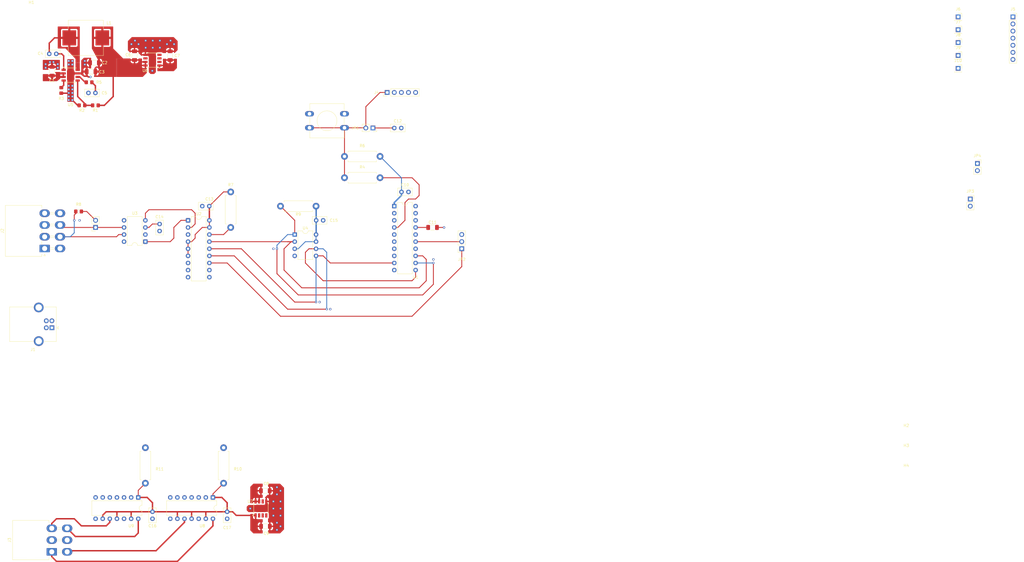
<source format=kicad_pcb>
(kicad_pcb (version 20241229) (generator "pcbnew") (generator_version "9.0")
  (layers (0 "F.Cu" signal) (4 "In1.Cu" signal) (6 "In2.Cu" signal) (2 "B.Cu" power) (13 "F.Paste" user) (15 "B.Paste" user) (5 "F.SilkS" user "F.Silkscreen") (7 "B.SilkS" user "B.Silkscreen") (1 "F.Mask" user) (3 "B.Mask" user) (25 "Edge.Cuts" user))
  (net 0 "")
  (net 1 "+12V")
  (net 2 "GND")
  (net 3 "+6.5V")
  (net 4 "Net-(U5-BST)")
  (net 5 "Net-(U5-SW)")
  (net 6 "Net-(C5-Pad2)")
  (net 7 "+5V")
  (net 8 "+5VA")
  (net 9 "Net-(U1-Vusb3v3)")
  (net 10 "Net-(JP1-A)")
  (net 12 "/USB_D+")
  (net 13 "VBUS")
  (net 15 "/USB_D-")
  (net 16 "/CAN_L")
  (net 17 "/Tach")
  (net 18 "/Speed")
  (net 19 "/CAN_H")
  (net 20 "/AN1")
  (net 21 "/AN4")
  (net 22 "/AN2")
  (net 23 "/AN3")
  (net 24 "/ICSP_~{MCLR}")
  (net 25 "/ICSP_CLK")
  (net 26 "/ICSP_DAT")
  (net 27 "/DAC1_~{CS}")
  (net 28 "/MISO")
  (net 29 "/ROM_~{CS}")
  (net 30 "/DAC2_~{CS}")
  (net 31 "/SCK")
  (net 32 "/MOSI")
  (net 33 "/CAN_~{CS}")
  (net 34 "/INT")
  (net 35 "Net-(JP5-B)")
  (net 36 "Net-(U5-FB)")
  (net 37 "Net-(U5-RT{slash}CLK)")
  (net 38 "/~{MCLR}")
  (net 39 "Net-(U5-COMP)")
  (net 41 "/CLK")
  (net 42 "/CAN_RX")
  (net 47 "/CAN_TX")
  (net 67 "/INT{slash}ICSP_CLK")
  (footprint "Connector_PinSocket_2.54mm:PinSocket_1x02_P2.54mm_Vertical" (layer "F.Cu") (at 55.88 134.62 180)
    (property "Reference" "JP5" (hide yes))
    (property "Value" "Term")
  )
  (footprint "Package_DIP:DIP-14_W7.62mm" (layer "F.Cu") (at 97.79 231.14 -90)
    (property "Reference" "U8")
    (property "Value" "MCP4912" (hide yes))
  )
  (footprint "Capacitor_THT:C_Disc_D5.0mm_W2.5mm_P2.50mm" (layer "F.Cu") (at 137.16 132.08 180)
    (property "Reference" "C15")
    (property "Value" "100n" (hide yes))
  )
  (footprint "Connector_PinSocket_2.54mm:PinSocket_1x02_P2.54mm_Vertical" (layer "F.Cu") (at 368.3 124.46)
    (property "Reference" "JP3")
    (property "Value" "USB_PWR")
  )
  (footprint "Capacitor_THT:C_Disc_D5.0mm_W2.5mm_P2.50mm" (layer "F.Cu") (at 93.98 127)
    (property "Reference" "C13")
    (property "Value" "100n" (hide yes))
  )
  (footprint "Connector_PinHeader_2.54mm:PinHeader_1x05_P2.54mm_Vertical" (layer "F.Cu") (at 160.02 86.36 90)
    (property "Reference" "J4")
    (property "Value" "ICSP")
  )
  (footprint "Capacitor_THT:C_Disc_D5.0mm_W2.5mm_P2.50mm" (layer "F.Cu") (at 76.2 236.26 -90)
    (property "Reference" "C16")
    (property "Value" "100n" (hide yes))
  )
  (footprint "Connector_PinSocket_2.54mm:PinSocket_1x03_P2.54mm_Vertical" (layer "F.Cu") (at 186.665 142.225 180)
    (property "Reference" "JP2")
    (property "Value" "Prog")
  )
  (footprint "Connector_PinSocket_2.54mm:PinSocket_1x07_P2.54mm_Vertical" (layer "F.Cu") (at 383.54 59.33)
    (property "Reference" "J5")
    (property "Value" "SPI debug")
  )
  (footprint "Resistor_SMD:R_0805_2012Metric_Pad1.20x1.40mm_HandSolder" (layer "F.Cu") (at 49.8 128.905 180)
    (property "Reference" "R8")
    (property "Value" "120" (hide yes))
  )
  (footprint "Resistor_SMD:R_0805_2012Metric_Pad1.20x1.40mm_HandSolder" (layer "F.Cu") (at 55.8165 90.9705)
    (property "Reference" "R1")
    (property "Value" "73k2" (hide yes))
  )
  (footprint "Connector_PinSocket_2.54mm:PinSocket_1x02_P2.54mm_Vertical" (layer "F.Cu") (at 154.94 99.06 -90)
    (property "Reference" "JP1")
    (property "Value" "~{Prog}")
  )
  (footprint "Capacitor_THT:C_Disc_D5.0mm_W2.5mm_P2.50mm" (layer "F.Cu") (at 39.3265 72.5555)
    (property "Reference" "C4")
    (property "Value" "100n" (hide yes))
  )
  (footprint "Capacitor_THT:C_Disc_D5.0mm_W2.5mm_P2.50mm" (layer "F.Cu") (at 162.56 99.06)
    (property "Reference" "C12")
    (property "Value" "100n" (hide yes))
  )
  (footprint "Capacitor_SMD:C_1206_3216Metric_Pad1.33x1.80mm_HandSolder" (layer "F.Cu") (at 176.2375 134.62)
    (property "Reference" "C11")
    (property "Value" "1u" (hide yes))
  )
  (footprint "Package_DIP:DIP-8_W7.62mm" (layer "F.Cu") (at 127 137.16)
    (property "Reference" "U4")
    (property "Value" "25LC160C" (hide yes))
  )
  (footprint "Resistor_THT:R_Axial_DIN0411_L9.9mm_D3.6mm_P12.70mm_Horizontal" (layer "F.Cu") (at 101.6 226.06 90)
    (property "Reference" "R10")
    (property "Value" "10k" (hide yes))
  )
  (footprint "Capacitor_SMD:C_1206_3216Metric_Pad1.33x1.80mm_HandSolder" (layer "F.Cu") (at 69.7865 73.1905 90)
    (property "Reference" "C6")
    (property "Value" "22u" (hide yes))
  )
  (footprint "Connector_PinSocket_2.54mm:PinSocket_1x01_P2.54mm_Vertical" (layer "F.Cu") (at 363.97 73.13)
    (property "Reference" "J9")
    (property "Value" "Conn_01x01_Socket")
  )
  (footprint "Capacitor_THT:C_Disc_D5.0mm_W2.5mm_P2.50mm" (layer "F.Cu") (at 53.3165 86.5255)
    (property "Reference" "C5")
    (property "Value" "100n" (hide yes))
  )
  (footprint "Resistor_SMD:R_0805_2012Metric_Pad1.20x1.40mm_HandSolder" (layer "F.Cu") (at 43.6245 85.6205 -90)
    (property "Reference" "R3")
    (property "Value" "50k" (hide yes))
  )
  (footprint "Button_Switch_THT:SW_PUSH-12mm" (layer "F.Cu") (at 132.28 93.98)
    (property "Reference" "SW1" (hide yes))
    (property "Value" "Reset")
  )
  (footprint "Resistor_SMD:R_0805_2012Metric_Pad1.20x1.40mm_HandSolder" (layer "F.Cu") (at 51.0065 90.9705)
    (property "Reference" "R2")
    (property "Value" "10k" (hide yes))
  )
  (footprint "Connector_PinSocket_2.54mm:PinSocket_1x01_P2.54mm_Vertical" (layer "F.Cu") (at 363.97 63.93)
    (property "Reference" "J7")
    (property "Value" "Conn_01x01_Socket")
  )
  (footprint "Connector_Molex:Molex_Mini-Fit_Jr_5569-06A2_2x03_P4.20mm_Horizontal" (layer "F.Cu") (at 40.22 250.58 90)
    (property "Reference" "J3")
    (property "Value" "Analog")
  )
  (footprint "Resistor_THT:R_Axial_DIN0411_L9.9mm_D3.6mm_P12.70mm_Horizontal" (layer "F.Cu") (at 73.66 226.06 90)
    (property "Reference" "R11")
    (property "Value" "10k" (hide yes))
  )
  (footprint "Connector_Molex:Molex_Mini-Fit_Jr_5569-08A2_2x04_P4.20mm_Horizontal" (layer "F.Cu") (at 37.68 142.14 90)
    (property "Reference" "J2")
    (property "Value" "Conn_02x04_Top_Bottom" (hide yes))
  )
  (footprint "Capacitor_THT:C_Disc_D5.0mm_W2.5mm_P2.50mm" (layer "F.Cu") (at 78.74 135.89 90)
    (property "Reference" "C14")
    (property "Value" "100n" (hide yes))
  )
  (footprint "Resistor_SMD:R_0805_2012Metric_Pad1.20x1.40mm_HandSolder" (layer "F.Cu") (at 53.5465 82.7155 180)
    (property "Reference" "R5")
    (property "Value" "12k" (hide yes))
  )
  (footprint "Package_DIP:DIP-14_W7.62mm" (layer "F.Cu") (at 71.12 231.14 -90)
    (property "Reference" "U9")
    (property "Value" "MCP4912" (hide yes))
  )
  (footprint "Connector_USB:USB_B_OST_USB-B1HSxx_Horizontal" (layer "F.Cu") (at 40.27 170.49 180)
    (property "Reference" "J1")
    (property "Value" "USB_B")
  )
  (footprint "Capacitor_SMD:C_1206_3216Metric_Pad1.33x1.80mm_HandSolder" (layer "F.Cu") (at 116.4975 228.75875)
    (property "Reference" "C8")
    (property "Value" "22u" (hide yes))
  )
  (footprint "MountingHole:MountingHole_3.2mm_M3_DIN965" (layer "F.Cu") (at 345.44 209.22)
    (property "Reference" "H2")
    (property "Value" "MountingHole")
  )
  (footprint "MountingHole:MountingHole_3.2mm_M3_DIN965" (layer "F.Cu") (at 345.44 216.37)
    (property "Reference" "H3")
    (property "Value" "MountingHole")
  )
  (footprint "Package_SO:Diodes_SO-8EP" (layer "F.Cu") (at 114.935 235.06625 90)
    (property "Reference" "U7")
    (property "Value" "AP7375Q" (hide yes))
  )
  (footprint "Connector_PinSocket_2.54mm:PinSocket_1x01_P2.54mm_Vertical" (layer "F.Cu") (at 363.97 77.73)
    (property "Reference" "J10")
    (property "Value" "Conn_01x01_Socket")
  )
  (footprint "MountingHole:MountingHole_3.2mm_M3_DIN965" (layer "F.Cu") (at 345.44 223.52)
    (property "Reference" "H4")
    (property "Value" "MountingHole")
  )
  (footprint "Connector_PinSocket_2.54mm:PinSocket_1x02_P2.54mm_Vertical" (layer "F.Cu") (at 370.84 111.76)
    (property "Reference" "JP4")
    (property "Value" "USB_PWR")
  )
  (footprint "Capacitor_SMD:C_1206_3216Metric_Pad1.33x1.80mm_HandSolder" (layer "F.Cu") (at 40.3225 78.7785 90)
    (property "Reference" "C1")
    (property "Value" "22u" (hide yes))
  )
  (footprint "Connector_PinSocket_2.54mm:PinSocket_1x01_P2.54mm_Vertical" (layer "F.Cu") (at 363.97 59.33)
    (property "Reference" "J6")
    (property "Value" "Conn_01x01_Socket")
  )
  (footprint "Package_DIP:DIP-20_W7.62mm" (layer "F.Cu") (at 162.56 127)
    (property "Reference" "U1")
    (property "Value" "PIC16F1459-IP" (hide yes))
  )
  (footprint "Package_SO:Diodes_SO-8EP" (layer "F.Cu") (at 46.969 80.1755)
    (property "Reference" "U5")
    (property "Value" "AP64100Q" (hide yes))
  )
  (footprint "Resistor_THT:R_Axial_DIN0411_L9.9mm_D3.6mm_P12.70mm_Horizontal" (layer "F.Cu") (at 134.62 127 180)
    (property "Reference" "R9")
    (property "Value" "10k")
  )
  (footprint "Inductor_SMD:L_Wuerth_WE-PD-Typ-LS_Handsoldering" (layer "F.Cu") (at 52.3875 66.8405)
    (property "Reference" "L1")
    (property "Value" "15u" (hide yes))
  )
  (footprint "Package_DIP:DIP-18_W7.62mm" (layer "F.Cu") (at 88.9 132.08)
    (property "Reference" "U2")
    (property "Value" "MCP2515-I/P" (hide yes))
  )
  (footprint "Capacitor_SMD:C_1206_3216Metric_Pad1.33x1.80mm_HandSolder" (layer "F.Cu") (at 54.254 78.9055)
    (property "Reference" "C3")
    (property "Value" "22u" (hide yes))
  )
  (footprint "Resistor_THT:R_Axial_DIN0411_L9.9mm_D3.6mm_P12.70mm_Horizontal" (layer "F.Cu") (at 104.14 121.92 -90)
    (property "Reference" "R7")
    (property "Value" "10k" (hide yes))
  )
  (footprint "Capacitor_THT:C_Disc_D5.0mm_W2.5mm_P2.50mm" (layer "F.Cu") (at 165.14 121.92)
    (property "Reference" "C10")
    (property "Value" "100n" (hide yes))
  )
  (footprint "Capacitor_SMD:C_1206_3216Metric_Pad1.33x1.80mm_HandSolder" (layer "F.Cu") (at 55.474 75.7305)
    (property "Reference" "C2")
    (property "Value" "22u" (hide yes))
  )
  (footprint "Connector_PinSocket_2.54mm:PinSocket_1x01_P2.54mm_Vertical" (layer "F.Cu") (at 363.97 68.53)
    (property "Reference" "J8")
    (property "Value" "Conn_01x01_Socket")
  )
  (footprint "Resistor_THT:R_Axial_DIN0411_L9.9mm_D3.6mm_P12.70mm_Horizontal" (layer "F.Cu") (at 157.48 109.22 180)
    (property "Reference" "R6")
    (property "Value" "10k" (hide yes))
  )
  (footprint "Capacitor_SMD:C_1206_3216Metric_Pad1.33x1.80mm_HandSolder" (layer "F.Cu") (at 116.5475 241.45875)
    (property "Reference" "C9")
    (property "Value" "22u" (hide yes))
  )
  (footprint "MountingHole:MountingHole_3.2mm_M3_DIN965" (layer "F.Cu") (at 32.9565 57.9505)
    (property "Reference" "H1")
    (property "Value" "MountingHole")
  )
  (footprint "Package_DIP:DIP-8_W7.62mm" (layer "F.Cu") (at 73.66 139.7 180)
    (property "Reference" "U3")
    (property "Value" "MCP2561-E-P" (hide yes))
  )
  (footprint "Capacitor_THT:C_Disc_D5.0mm_W2.5mm_P2.50mm" (layer "F.Cu") (at 102.87 236.26 -90)
    (property "Reference" "C17")
    (property "Value" "100n" (hide yes))
  )
  (footprint "Capacitor_SMD:C_1206_3216Metric_Pad1.33x1.80mm_HandSolder" (layer "F.Cu") (at 82.4865 73.1905 90)
    (property "Reference" "C7")
    (property "Value" "22u" (hide yes))
  )
  (footprint "Package_SO:Diodes_SO-8EP" (layer "F.Cu") (at 76.179 74.803 180)
    (property "Reference" "U6")
    (property "Value" "AP7375Q" (hide yes))
  )
  (footprint "Resistor_THT:R_Axial_DIN0411_L9.9mm_D3.6mm_P12.70mm_Horizontal" (layer "F.Cu") (at 144.78 116.84)
    (property "Reference" "R4")
    (property "Value" "220" (hide yes))
  )
  (segment (start 49.4665 90.9705) (end 47.5615 89.0655) (width 0.508) (layer "F.Cu") (net 2))
  (segment (start 54.0385 80.8105) (end 53.2765 80.8105) (width 0.508) (layer "F.Cu") (net 2))
  (segment (start 46.1965 86.6205) (end 46.2915 86.5255) (width 0.508) (layer "F.Cu") (net 2))
  (segment (start 53.2765 80.8105) (end 52.6915 80.2255) (width 0.508) (layer "F.Cu") (net 2))
  (segment (start 52.6915 80.2255) (end 52.6915 78.9055) (width 0.508) (layer "F.Cu") (net 2))
  (segment (start 177.8 134.62) (end 180.34 134.62) (width 0.3048) (layer "F.Cu") (net 2))
  (segment (start 50.0065 90.9705) (end 49.4665 90.9705) (width 0.508) (layer "F.Cu") (net 2))
  (segment (start 43.6245 86.6205) (end 46.1965 86.6205) (width 0.508) (layer "F.Cu") (net 2))
  (via (at 121.92 232.56875) (size 0.8128) (drill 0.4) (layers "F.Cu" "B.Cu") (net 2))
  (via (at 119.38 142.24) (size 0.8128) (drill 0.4) (layers "F.Cu" "B.Cu") (net 2))
  (via (at 180.34 134.62) (size 0.8128) (drill 0.4) (layers "F.Cu" "B.Cu") (net 2))
  (via (at 39.5605 75.4765) (size 0.8128) (drill 0.4) (layers "F.Cu" "B.Cu") (net 2))
  (via (at 47.5615 89.0655) (size 0.8128) (drill 0.4) (layers "F.Cu" "B.Cu") (net 2))
  (via (at 76.29525 70.358) (size 0.8128) (drill 0.4) (layers "F.Cu" "B.Cu") (net 2))
  (via (at 46.2915 89.0655) (size 0.8128) (drill 0.4) (layers "F.Cu" "B.Cu") (net 2))
  (via (at 120.65 227.48875) (size 0.8128) (drill 0.4) (layers "F.Cu" "B.Cu") (net 2))
  (via (at 46.2915 76.3655) (size 0.8128) (drill 0.4) (layers "F.Cu" "B.Cu") (net 2))
  (via (at 68.67525 69.088) (size 0.8128) (drill 0.4) (layers "F.Cu" "B.Cu") (net 2))
  (via (at 119.38 232.56875) (size 0.8128) (drill 0.4) (layers "F.Cu" "B.Cu") (net 2))
  (via (at 78.83525 67.818) (size 0.8128) (drill 0.4) (layers "F.Cu" "B.Cu") (net 2))
  (via (at 46.2915 85.2555) (size 0.8128) (drill 0.4) (layers "F.Cu" "B.Cu") (net 2))
  (via (at 78.83525 70.358) (size 0.8128) (drill 0.4) (layers "F.Cu" "B.Cu") (net 2))
  (via (at 120.65 242.72875) (size 0.8128) (drill 0.4) (layers "F.Cu" "B.Cu") (net 2))
  (via (at 52.0065 75.0955) (size 0.8128) (drill 0.4) (layers "F.Cu" "B.Cu") (net 2))
  (via (at 83.91525 69.088) (size 0.8128) (drill 0.4) (layers "F.Cu" "B.Cu") (net 2))
  (via (at 47.5615 76.3655) (size 0.8128) (drill 0.4) (layers "F.Cu" "B.Cu") (net 2))
  (via (at 121.92 241.45875) (size 0.8128) (drill 0.4) (layers "F.Cu" "B.Cu") (net 2))
  (via (at 73.75525 70.358) (size 0.8128) (drill 0.4) (layers "F.Cu" "B.Cu") (net 2))
  (via (at 47.5615 87.7955) (size 0.8128) (drill 0.4) (layers "F.Cu" "B.Cu") (net 2))
  (via (at 120.65 240.18875) (size 0.8128) (drill 0.4) (layers "F.Cu" "B.Cu") (net 2))
  (via (at 38.0365 77.5085) (size 0.8128) (drill 0.4) (layers "F.Cu" "B.Cu") (net 2))
  (via (at 71.21525 69.088) (size 0.8128) (drill 0.4) (layers "F.Cu" "B.Cu") (net 2))
  (via (at 120.65 230.02875) (size 0.8128) (drill 0.4) (layers "F.Cu" "B.Cu") (net 2))
  (via (at 47.5615 86.5255) (size 0.8128) (drill 0.4) (layers "F.Cu" "B.Cu") (net 2))
  (via (at 50.165 132.08) (size 0.8128) (drill 0.4) (layers "F.Cu" "B.Cu") (net 2))
  (via (at 54.0385 80.8105) (size 0.8128) (drill 0.4) (layers "F.Cu" "B.Cu") (net 2))
  (via (at 38.0365 76.2385) (size 0.8128) (drill 0.4) (layers "F.Cu" "B.Cu") (net 2))
  (via (at 119.38 237.64875) (size 0.8128) (drill 0.4) (layers "F.Cu" "B.Cu") (net 2))
  (via (at 47.5615 85.2555) (size 0.8128) (drill 0.4) (layers "F.Cu" "B.Cu") (net 2))
  (via (at 119.38 235.10875) (size 0.8128) (drill 0.4) (layers "F.Cu" "B.Cu") (net 2))
  (via (at 76.29525 67.818) (size 0.8128) (drill 0.4) (layers "F.Cu" "B.Cu") (net 2))
  (via (at 121.92 228.75875) (size 0.8128) (drill 0.4) (layers "F.Cu" "B.Cu") (net 2))
  (via (at 52.0065 76.3655) (size 0.8128) (drill 0.4) (layers "F.Cu" "B.Cu") (net 2))
  (via (at 42.3545 76.2385) (size 0.8128) (drill 0.4) (layers "F.Cu" "B.Cu") (net 2))
  (via (at 46.2915 87.7955) (size 0.8128) (drill 0.4) (layers "F.Cu" "B.Cu") (net 2))
  (via (at 42.3545 77.5085) (size 0.8128) (drill 0.4) (layers "F.Cu" "B.Cu") (net 2))
  (via (at 135.89 161.29) (size 0.8128) (drill 0.4) (layers "F.Cu" "B.Cu") (net 2))
  (via (at 121.92 235.10875) (size 0.8128) (drill 0.4) (layers "F.Cu" "B.Cu") (net 2))
  (via (at 46.2915 86.5255) (size 0.8128) (drill 0.4) (layers "F.Cu" "B.Cu") (net 2))
  (via (at 139.7 163.83) (size 0.8128) (drill 0.4) (layers "F.Cu" "B.Cu") (net 2))
  (via (at 82.64525 67.818) (size 0.8128) (drill 0.4) (layers "F.Cu" "B.Cu") (net 2))
  (via (at 69.94525 67.818) (size 0.8128) (drill 0.4) (layers "F.Cu" "B.Cu") (net 2))
  (via (at 40.8305 75.4765) (size 0.8128) (drill 0.4) (layers "F.Cu" "B.Cu") (net 2))
  (via (at 76.1365 78.613) (size 0.8128) (drill 0.4) (layers "F.Cu" "B.Cu") (net 2))
  (via (at 46.2915 83.9855) (size 0.8128) (drill 0.4) (layers "F.Cu" "B.Cu") (net 2))
  (via (at 46.2915 75.0955) (size 0.8128) (drill 0.4) (layers "F.Cu" "B.Cu") (net 2))
  (via (at 121.92 237.64875) (size 0.8128) (drill 0.4) (layers "F.Cu" "B.Cu") (net 2))
  (via (at 47.5615 83.9855) (size 0.8128) (drill 0.4) (layers "F.Cu" "B.Cu") (net 2))
  (via (at 81.37525 69.088) (size 0.8128) (drill 0.4) (layers "F.Cu" "B.Cu") (net 2))
  (via (at 73.75525 67.818) (size 0.8128) (drill 0.4) (layers "F.Cu" "B.Cu") (net 2))
  (via (at 176.53 146.05) (size 0.8128) (drill 0.4) (layers "F.Cu" "B.Cu") (net 2))
  (via (at 111.125 235.10875) (size 0.8128) (drill 0.4) (layers "F.Cu" "B.Cu") (net 2))
  (via (at 47.5615 75.0955) (size 0.8128) (drill 0.4) (layers "F.Cu" "B.Cu") (net 2))
  (segment (start 60.8965 78.9055) (end 55.8165 78.9055) (width 0.508) (layer "F.Cu") (net 3))
  (segment (start 62.1665 87.7955) (end 62.1665 80.1755) (width 0.508) (layer "F.Cu") (net 3))
  (segment (start 62.1665 80.1755) (end 60.8965 78.9055) (width 0.508) (layer "F.Cu") (net 3))
  (segment (start 56.8165 90.9705) (end 58.9915 90.9705) (width 0.508) (layer "F.Cu") (net 3))
  (segment (start 58.9915 90.9705) (end 62.1665 87.7955) (width 0.508) (layer "F.Cu") (net 3))
  (segment (start 44.4715 78.2705) (end 44.4715 73.2755) (width 0.508) (layer "F.Cu") (net 4))
  (segment (start 44.4715 73.2755) (end 43.7515 72.5555) (width 0.508) (layer "F.Cu") (net 4))
  (segment (start 43.7515 72.5555) (end 41.8265 72.5555) (width 0.508) (layer "F.Cu") (net 4))
  (segment (start 39.3265 72.5555) (end 39.3265 68.7255) (width 0.508) (layer "F.Cu") (net 5))
  (segment (start 41.2115 66.8405) (end 46.4875 66.8405) (width 0.508) (layer "F.Cu") (net 5))
  (segment (start 39.3265 68.7255) (end 41.2115 66.8405) (width 0.508) (layer "F.Cu") (net 5))
  (segment (start 55.8165 83.9855) (end 54.5465 82.7155) (width 0.508) (layer "F.Cu") (net 6))
  (segment (start 55.8165 86.5255) (end 55.8165 83.9855) (width 0.508) (layer "F.Cu") (net 6))
  (segment (start 74.93 134.62) (end 76.16 133.39) (width 0.3048) (layer "F.Cu") (net 7))
  (segment (start 91.44 138.43) (end 91.44 137.16) (width 0.3048) (layer "F.Cu") (net 7))
  (segment (start 101.56 121.92) (end 96.48 127) (width 0.3048) (layer "F.Cu") (net 7))
  (segment (start 96.52 127.04) (end 96.48 127) (width 0.508) (layer "F.Cu") (net 7))
  (segment (start 73.66 134.62) (end 74.93 134.62) (width 0.3048) (layer "F.Cu") (net 7))
  (segment (start 91.44 137.16) (end 93.98 134.62) (width 0.3048) (layer "F.Cu") (net 7))
  (segment (start 96.52 134.62) (end 96.52 132.08) (width 0.3048) (layer "F.Cu") (net 7))
  (segment (start 90.17 139.7) (end 91.44 138.43) (width 0.3048) (layer "F.Cu") (net 7))
  (segment (start 104.14 121.92) (end 101.56 121.92) (width 0.3048) (layer "F.Cu") (net 7))
  (segment (start 88.9 139.7) (end 90.17 139.7) (width 0.3048) (layer "F.Cu") (net 7))
  (segment (start 88.9 144.78) (end 88.9 139.7) (width 0.3048) (layer "F.Cu") (net 7))
  (segment (start 96.52 132.08) (end 96.52 127.04) (width 0.508) (layer "F.Cu") (net 7))
  (segment (start 93.98 134.62) (end 96.52 134.62) (width 0.3048) (layer "F.Cu") (net 7))
  (segment (start 76.16 133.39) (end 78.74 133.39) (width 0.3048) (layer "F.Cu") (net 7))
  (segment (start 130.81 139.7) (end 128.27 142.24) (width 0.3048) (layer "B.Cu") (net 7))
  (segment (start 134.62 127) (end 134.62 128.27) (width 0.508) (layer "B.Cu") (net 7))
  (segment (start 165.14 116.88) (end 165.14 121.92) (width 0.3048) (layer "B.Cu") (net 7))
  (segment (start 134.62 128.27) (end 134.66 128.31) (width 0.508) (layer "B.Cu") (net 7))
  (segment (start 134.66 137.12) (end 134.62 137.16) (width 0.508) (layer "B.Cu") (net 7))
  (segment (start 134.66 128.31) (end 134.66 132.08) (width 0.508) (layer "B.Cu") (net 7))
  (segment (start 134.66 132.08) (end 134.66 137.12) (width 0.508) (layer "B.Cu") (net 7))
  (segment (start 165.14 123.15) (end 165.14 121.92) (width 0.508) (layer "B.Cu") (net 7))
  (segment (start 134.62 139.7) (end 134.62 137.16) (width 0.3048) (layer "B.Cu") (net 7))
  (segment (start 162.56 125.73) (end 165.14 123.15) (width 0.508) (layer "B.Cu") (net 7))
  (segment (start 162.56 127) (end 162.56 125.73) (width 0.508) (layer "B.Cu") (net 7))
  (segment (start 128.27 142.24) (end 127 142.24) (width 0.3048) (layer "B.Cu") (net 7))
  (segment (start 134.62 139.7) (end 130.81 139.7) (width 0.3048) (layer "B.Cu") (net 7))
  (segment (start 157.48 109.22) (end 165.14 116.88) (width 0.3048) (layer "B.Cu") (net 7))
  (segment (start 90.17 238.76) (end 90.17 236.26) (width 0.508) (layer "F.Cu") (net 8))
  (segment (start 95.25 238.76) (end 95.25 236.26) (width 0.508) (layer "F.Cu") (net 8))
  (segment (start 85.09 236.26) (end 76.2 236.26) (width 0.508) (layer "F.Cu") (net 8))
  (segment (start 113.03 237.56375) (end 106.11875 237.56375) (width 0.508) (layer "F.Cu") (net 8))
  (segment (start 100.965 231.14) (end 102.87 233.045) (width 0.508) (layer "F.Cu") (net 8))
  (segment (start 68.58 238.76) (end 68.58 236.26) (width 0.508) (layer "F.Cu") (net 8))
  (segment (start 102.87 236.26) (end 95.25 236.26) (width 0.508) (layer "F.Cu") (net 8))
  (segment (start 102.87 233.045) (end 102.87 236.26) (width 0.508) (layer "F.Cu") (net 8))
  (segment (start 71.12 231.14) (end 74.295 231.14) (width 0.508) (layer "F.Cu") (net 8))
  (segment (start 97.79 231.14) (end 100.965 231.14) (width 0.508) (layer "F.Cu") (net 8))
  (segment (start 90.17 236.26) (end 85.09 236.26) (width 0.508) (layer "F.Cu") (net 8))
  (segment (start 74.295 231.14) (end 76.2 233.045) (width 0.508) (layer "F.Cu") (net 8))
  (segment (start 58.42 237.49) (end 58.42 238.76) (width 0.508) (layer "F.Cu") (net 8))
  (segment (start 63.5 236.26) (end 59.65 236.26) (width 0.508) (layer "F.Cu") (net 8))
  (segment (start 95.25 236.26) (end 90.17 236.26) (width 0.508) (layer "F.Cu") (net 8))
  (segment (start 71.12 228.6) (end 71.12 231.14) (width 0.3048) (layer "F.Cu") (net 8))
  (segment (start 76.2 236.26) (end 68.58 236.26) (width 0.508) (layer "F.Cu") (net 8))
  (segment (start 73.66 226.06) (end 71.12 228.6) (width 0.3048) (layer "F.Cu") (net 8))
  (segment (start 68.58 236.26) (end 63.5 236.26) (width 0.508) (layer "F.Cu") (net 8))
  (segment (start 106.11875 237.56375) (end 104.815 236.26) (width 0.508) (layer "F.Cu") (net 8))
  (segment (start 85.09 238.76) (end 85.09 236.26) (width 0.508) (layer "F.Cu") (net 8))
  (segment (start 104.815 236.26) (end 102.87 236.26) (width 0.508) (layer "F.Cu") (net 8))
  (segment (start 59.65 236.26) (end 58.42 237.49) (width 0.508) (layer "F.Cu") (net 8))
  (segment (start 63.5 238.76) (end 63.5 236.26) (width 0.508) (layer "F.Cu") (net 8))
  (segment (start 97.79 229.87) (end 97.79 231.14) (width 0.3048) (layer "F.Cu") (net 8))
  (segment (start 76.2 233.045) (end 76.2 236.26) (width 0.508) (layer "F.Cu") (net 8))
  (segment (start 101.6 226.06) (end 97.79 229.87) (width 0.3048) (layer "F.Cu") (net 8))
  (segment (start 170.18 134.62) (end 174.675 134.62) (width 0.3048) (layer "F.Cu") (net 9))
  (segment (start 154.94 99.06) (end 162.56 99.06) (width 0.3048) (layer "F.Cu") (net 10))
  (segment (start 44.06 134.62) (end 43.18 133.74) (width 0.3048) (layer "F.Cu") (net 16))
  (segment (start 66.04 134.62) (end 44.06 134.62) (width 0.3048) (layer "F.Cu") (net 16))
  (segment (start 48.8 129.635) (end 48.26 130.175) (width 0.3048) (layer "F.Cu") (net 19))
  (segment (start 66.04 137.16) (end 64.135 137.16) (width 0.3048) (layer "F.Cu") (net 19))
  (segment (start 48.8 128.905) (end 48.8 129.635) (width 0.3048) (layer "F.Cu") (net 19))
  (segment (start 48.26 130.175) (end 48.26 132.08) (width 0.3048) (layer "F.Cu") (net 19))
  (segment (start 64.135 137.16) (end 63.355 137.94) (width 0.3048) (layer "F.Cu") (net 19))
  (segment (start 63.355 137.94) (end 43.18 137.94) (width 0.3048) (layer "F.Cu") (net 19))
  (via (at 48.26 132.08) (size 0.8128) (drill 0.4) (layers "F.Cu" "B.Cu") (net 19))
  (segment (start 48.26 132.08) (end 48.26 136.525) (width 0.3048) (layer "B.Cu") (net 19))
  (segment (start 46.845 137.94) (end 43.18 137.94) (width 0.3048) (layer "B.Cu") (net 19))
  (segment (start 48.26 136.525) (end 46.845 137.94) (width 0.3048) (layer "B.Cu") (net 19))
  (segment (start 97.79 238.76) (end 97.79 241.3) (width 0.508) (layer "F.Cu") (net 20))
  (segment (start 85.09 254) (end 41.91 254) (width 0.508) (layer "F.Cu") (net 20))
  (segment (start 40.22 252.31) (end 40.22 250.58) (width 0.508) (layer "F.Cu") (net 20))
  (segment (start 41.91 254) (end 40.22 252.31) (width 0.508) (layer "F.Cu") (net 20))
  (segment (start 97.79 241.3) (end 85.09 254) (width 0.508) (layer "F.Cu") (net 20))
  (segment (start 48.26 238.76) (end 41.91 238.76) (width 0.508) (layer "F.Cu") (net 21))
  (segment (start 50.8 241.3) (end 48.26 238.76) (width 0.508) (layer "F.Cu") (net 21))
  (segment (start 41.91 238.76) (end 40.22 240.45) (width 0.508) (layer "F.Cu") (net 21))
  (segment (start 60.96 240.03) (end 59.69 241.3) (width 0.508) (layer "F.Cu") (net 21))
  (segment (start 40.22 240.45) (end 40.22 242.18) (width 0.508) (layer "F.Cu") (net 21))
  (segment (start 59.69 241.3) (end 50.8 241.3) (width 0.508) (layer "F.Cu") (net 21))
  (segment (start 60.96 238.76) (end 60.96 240.03) (width 0.508) (layer "F.Cu") (net 21))
  (segment (start 87.63 238.76) (end 87.63 240.03) (width 0.508) (layer "F.Cu") (net 22))
  (segment (start 46.11 250.19) (end 45.72 250.58) (width 0.508) (layer "F.Cu") (net 22))
  (segment (start 87.63 240.03) (end 77.47 250.19) (width 0.508) (layer "F.Cu") (net 22))
  (segment (start 77.47 250.19) (end 46.11 250.19) (width 0.508) (layer "F.Cu") (net 22))
  (segment (start 69.85 245.11) (end 48.65 245.11) (width 0.508) (layer "F.Cu") (net 23))
  (segment (start 71.12 238.76) (end 71.12 243.84) (width 0.508) (layer "F.Cu") (net 23))
  (segment (start 48.65 245.11) (end 45.72 242.18) (width 0.508) (layer "F.Cu") (net 23))
  (segment (start 71.12 243.84) (end 69.85 245.11) (width 0.508) (layer "F.Cu") (net 23))
  (segment (start 132.28 98.98) (end 152.32 98.98) (width 0.3048) (layer "F.Cu") (net 24))
  (segment (start 157.48 86.36) (end 160.02 86.36) (width 0.3048) (layer "F.Cu") (net 24))
  (segment (start 152.4 99.06) (end 152.4 91.44) (width 0.3048) (layer "F.Cu") (net 24))
  (segment (start 152.4 91.44) (end 157.48 86.36) (width 0.3048) (layer "F.Cu") (net 24))
  (segment (start 152.32 98.98) (end 152.4 99.06) (width 0.3048) (layer "F.Cu") (net 24))
  (segment (start 144.78 116.84) (end 144.78 98.98) (width 0.3048) (layer "F.Cu") (net 24))
  (segment (start 171.45 156.21) (end 129.54 156.21) (width 0.3048) (layer "F.Cu") (net 28))
  (segment (start 127 139.7) (end 96.52 139.7) (width 0.3048) (layer "F.Cu") (net 28))
  (segment (start 124.46 139.7) (end 127 139.7) (width 0.3048) (layer "F.Cu") (net 28))
  (segment (start 173.99 146.05) (end 173.99 153.67) (width 0.3048) (layer "F.Cu") (net 28))
  (segment (start 123.19 149.86) (end 123.19 142.24) (width 0.3048) (layer "F.Cu") (net 28))
  (segment (start 173.99 153.67) (end 171.45 156.21) (width 0.3048) (layer "F.Cu") (net 28))
  (segment (start 129.54 156.21) (end 123.19 149.86) (width 0.3048) (layer "F.Cu") (net 28))
  (segment (start 170.18 144.78) (end 172.72 144.78) (width 0.3048) (layer "F.Cu") (net 28))
  (segment (start 172.72 144.78) (end 173.99 146.05) (width 0.3048) (layer "F.Cu") (net 28))
  (segment (start 123.19 142.24) (end 125.73 139.7) (width 0.3048) (layer "F.Cu") (net 28))
  (segment (start 125.73 139.7) (end 127 139.7) (width 0.3048) (layer "F.Cu") (net 28))
  (segment (start 120.65 151.13) (end 120.65 142.24) (width 0.3048) (layer "F.Cu") (net 29))
  (segment (start 176.53 147.32) (end 176.53 154.94) (width 0.3048) (layer "F.Cu") (net 29))
  (segment (start 128.27 158.75) (end 120.65 151.13) (width 0.3048) (layer "F.Cu") (net 29))
  (segment (start 127 137.16) (end 127 132.08) (width 0.3048) (layer "F.Cu") (net 29))
  (segment (start 176.53 154.94) (end 172.72 158.75) (width 0.3048) (layer "F.Cu") (net 29))
  (segment (start 172.72 158.75) (end 128.27 158.75) (width 0.3048) (layer "F.Cu") (net 29))
  (segment (start 127 132.08) (end 121.92 127) (width 0.3048) (layer "F.Cu") (net 29))
  (via (at 120.65 142.24) (size 0.8128) (drill 0.4) (layers "F.Cu" "B.Cu") (net 29))
  (via (at 176.53 147.32) (size 0.8128) (drill 0.4) (layers "F.Cu" "B.Cu") (net 29))
  (segment (start 170.18 147.32) (end 176.53 147.32) (width 0.3048) (layer "B.Cu") (net 29))
  (segment (start 120.65 140.97) (end 124.46 137.16) (width 0.3048) (layer "B.Cu") (net 29))
  (segment (start 120.65 142.24) (end 120.65 140.97) (width 0.3048) (layer "B.Cu") (net 29))
  (segment (start 124.46 137.16) (end 127 137.16) (width 0.3048) (layer "B.Cu") (net 29))
  (segment (start 170.18 149.86) (end 170.18 152.4) (width 0.3048) (layer "F.Cu") (net 31))
  (segment (start 138.43 163.83) (end 124.46 163.83) (width 0.3048) (layer "F.Cu") (net 31))
  (segment (start 168.91 153.67) (end 137.16 153.67) (width 0.3048) (layer "F.Cu") (net 31))
  (segment (start 124.46 163.83) (end 105.41 144.78) (width 0.3048) (layer "F.Cu") (net 31))
  (segment (start 137.16 153.67) (end 130.81 147.32) (width 0.3048) (layer "F.Cu") (net 31))
  (segment (start 105.41 144.78) (end 96.52 144.78) (width 0.3048) (layer "F.Cu") (net 31))
  (segment (start 132.08 142.24) (end 134.62 142.24) (width 0.3048) (layer "F.Cu") (net 31))
  (segment (start 130.81 143.51) (end 132.08 142.24) (width 0.3048) (layer "F.Cu") (net 31))
  (segment (start 130.81 147.32) (end 130.81 143.51) (width 0.3048) (layer "F.Cu") (net 31))
  (segment (start 170.18 152.4) (end 168.91 153.67) (width 0.3048) (layer "F.Cu") (net 31))
  (via (at 138.43 163.83) (size 0.8128) (drill 0.4) (layers "F.Cu" "B.Cu") (net 31))
  (segment (start 137.16 142.24) (end 138.43 143.51) (width 0.3048) (layer "B.Cu") (net 31))
  (segment (start 138.43 143.51) (end 138.43 163.83) (width 0.3048) (layer "B.Cu") (net 31))
  (segment (start 134.62 142.24) (end 137.16 142.24) (width 0.3048) (layer "B.Cu") (net 31))
  (segment (start 137.16 144.78) (end 139.7 147.32) (width 0.3048) (layer "F.Cu") (net 32))
  (segment (start 107.95 142.24) (end 96.52 142.24) (width 0.3048) (layer "F.Cu") (net 32))
  (segment (start 127 161.29) (end 107.95 142.24) (width 0.3048) (layer "F.Cu") (net 32))
  (segment (start 139.7 147.32) (end 162.56 147.32) (width 0.3048) (layer "F.Cu") (net 32))
  (segment (start 134.62 144.78) (end 137.16 144.78) (width 0.3048) (layer "F.Cu") (net 32))
  (segment (start 134.62 161.29) (end 127 161.29) (width 0.3048) (layer "F.Cu") (net 32))
  (via (at 134.62 161.29) (size 0.8128) (drill 0.4) (layers "F.Cu" "B.Cu") (net 32))
  (segment (start 134.62 161.29) (end 134.62 144.78) (width 0.3048) (layer "B.Cu") (net 32))
  (segment (start 96.52 137.16) (end 101.6 137.16) (width 0.3048) (layer "F.Cu") (net 33))
  (segment (start 101.6 137.16) (end 104.14 134.62) (width 0.3048) (layer "F.Cu") (net 33))
  (segment (start 102.87 147.32) (end 121.92 166.37) (width 0.3048) (layer "F.Cu") (net 34))
  (segment (start 96.52 147.32) (end 102.87 147.32) (width 0.3048) (layer "F.Cu") (net 34))
  (segment (start 121.92 166.37) (end 168.91 166.37) (width 0.3048) (layer "F.Cu") (net 34))
  (segment (start 168.91 166.37) (end 186.665 148.615) (width 0.3048) (layer "F.Cu") (net 34))
  (segment (start 186.665 148.615) (end 186.665 142.225) (width 0.3048) (layer "F.Cu") (net 34))
  (segment (start 50.8 128.905) (end 52.705 128.905) (width 0.3048) (layer "F.Cu") (net 35))
  (segment (start 52.705 128.905) (end 55.88 132.08) (width 0.3048) (layer "F.Cu") (net 35))
  (segment (start 49.4665 87.7955) (end 52.0065 90.3355) (width 0.508) (layer "F.Cu") (net 36))
  (segment (start 52.0065 90.9705) (end 54.8165 90.9705) (width 0.508) (layer "F.Cu") (net 36))
  (segment (start 49.4665 82.0805) (end 49.4665 87.7955) (width 0.508) (layer "F.Cu") (net 36))
  (segment (start 52.0065 90.3355) (end 52.0065 90.9705) (width 0.508) (layer "F.Cu") (net 36))
  (segment (start 44.4715 83.7735) (end 43.6245 84.6205) (width 0.508) (layer "F.Cu") (net 37))
  (segment (start 44.4715 82.0805) (end 44.4715 83.7735) (width 0.508) (layer "F.Cu") (net 37))
  (segment (start 170.18 124.46) (end 171.45 123.19) (width 0.3048) (layer "F.Cu") (net 38))
  (segment (start 166.37 125.73) (end 167.64 124.46) (width 0.3048) (layer "F.Cu") (net 38))
  (segment (start 168.91 116.84) (end 157.48 116.84) (width 0.3048) (layer "F.Cu") (net 38))
  (segment (start 171.45 119.38) (end 168.91 116.84) (width 0.3048) (layer "F.Cu") (net 38))
  (segment (start 166.37 132.08) (end 166.37 125.73) (width 0.3048) (layer "F.Cu") (net 38))
  (segment (start 162.56 134.62) (end 163.83 134.62) (width 0.3048) (layer "F.Cu") (net 38))
  (segment (start 171.45 123.19) (end 171.45 119.38) (width 0.3048) (layer "F.Cu") (net 38))
  (segment (start 167.64 124.46) (end 170.18 124.46) (width 0.3048) (layer "F.Cu") (net 38))
  (segment (start 163.83 134.62) (end 166.37 132.08) (width 0.3048) (layer "F.Cu") (net 38))
  (segment (start 50.2285 80.8105) (end 52.1335 82.7155) (width 0.508) (layer "F.Cu") (net 39))
  (segment (start 52.1335 82.7155) (end 52.5465 82.7155) (width 0.508) (layer "F.Cu") (net 39))
  (segment (start 49.4665 80.8105) (end 50.2285 80.8105) (width 0.508) (layer "F.Cu") (net 39))
  (segment (start 73.66 129.54) (end 74.93 128.27) (width 0.3048) (layer "F.Cu") (net 42))
  (segment (start 73.66 132.08) (end 73.66 129.54) (width 0.3048) (layer "F.Cu") (net 42))
  (segment (start 74.93 128.27) (end 90.17 128.27) (width 0.3048) (layer "F.Cu") (net 42))
  (segment (start 90.17 134.62) (end 88.9 134.62) (width 0.3048) (layer "F.Cu") (net 42))
  (segment (start 91.44 133.35) (end 90.17 134.62) (width 0.3048) (layer "F.Cu") (net 42))
  (segment (start 90.17 128.27) (end 91.44 129.54) (width 0.3048) (layer "F.Cu") (net 42))
  (segment (start 91.44 129.54) (end 91.44 133.35) (width 0.3048) (layer "F.Cu") (net 42))
  (segment (start 73.66 139.7) (end 82.55 139.7) (width 0.3048) (layer "F.Cu") (net 47))
  (segment (start 86.36 132.08) (end 88.9 132.08) (width 0.3048) (layer "F.Cu") (net 47))
  (segment (start 82.55 139.7) (end 83.82 138.43) (width 0.3048) (layer "F.Cu") (net 47))
  (segment (start 83.82 134.62) (end 86.36 132.08) (width 0.3048) (layer "F.Cu") (net 47))
  (segment (start 83.82 138.43) (end 83.82 134.62) (width 0.3048) (layer "F.Cu") (net 47))
  (segment (start 186.65 139.7) (end 186.665 139.685) (width 0.3048) (layer "F.Cu") (net 67))
  (segment (start 170.18 139.7) (end 186.65 139.7) (width 0.3048) (layer "F.Cu") (net 67))
  (zone (net 7) (net_name "+5V") (layer "F.Cu") (priority 9) (connect_pads (clearance 0.5)) (min_thickness 0.25) (fill yes (thermal_gap 0.508) (thermal_bridge_width 0.508) (island_removal_mode 1) (island_area_min 9.999999))
    (polygon (pts (xy 84.93125 74.295) (xy 84.93125 77.62875) (xy 83.82 78.74) (xy 77.94625 78.74) (xy 77.94625 76.2) (xy 79.85125 76.2) (xy 79.85125 74.295)))
  )
  (zone (net 2) (net_name "GND") (layer "F.Cu") (priority 7) (connect_pads yes (clearance 0.5)) (min_thickness 0.25) (fill yes (thermal_gap 0.508) (thermal_bridge_width 0.762) (island_removal_mode 1) (island_area_min 9.999999))
    (polygon (pts (xy 109.855 235.74375) (xy 110.49 236.37875) (xy 120.65 236.37875) (xy 120.65 231.29875) (xy 116.205 231.29875) (xy 116.205 233.83875) (xy 110.49 233.83875) (xy 109.855 234.47375)))
  )
  (zone (net 5) (net_name "Net-(U5-SW)") (layer "F.Cu") (priority 4) (connect_pads (clearance 0.5)) (min_thickness 0.25) (fill yes (thermal_gap 0.508) (thermal_bridge_width 0.762) (island_removal_mode 1) (island_area_min 9.999999))
    (polygon (pts (xy 48.7045 75.7305) (xy 48.7045 74.343269) (xy 45.1485 70.6505) (xy 42.3545 70.6505) (xy 42.3545 62.7765) (xy 50.2285 62.7765) (xy 50.2285 75.7305)))
  )
  (zone (net 2) (net_name "GND") (layer "F.Cu") (priority 8) (connect_pads (clearance 0.5)) (min_thickness 0.25) (fill yes (thermal_gap 0.508) (thermal_bridge_width 0.508) (island_removal_mode 1) (island_area_min 9.999999))
    (polygon (pts (xy 84.113688 72.263) (xy 85.18525 71.191438) (xy 85.18525 67.97675) (xy 83.7565 66.548) (xy 68.834 66.548) (xy 67.40525 67.97675) (xy 67.40525 71.3105) (xy 68.35775 72.263) (xy 71.21525 72.263) (xy 72.48525 73.533) (xy 74.39025 73.533) (xy 74.39025 72.263)))
  )
  (zone (net 2) (net_name "GND") (layer "F.Cu") (connect_pads (clearance 0.5)) (min_thickness 0.25) (fill yes (thermal_gap 0.508) (thermal_bridge_width 0.762) (island_removal_mode 1) (island_area_min 9.999999))
    (polygon (pts (xy 37.0205 78.2705) (xy 37.0205 74.7145) (xy 43.1165 74.7145) (xy 43.1165 78.2705)))
  )
  (zone (net 2) (net_name "GND") (layer "F.Cu") (priority 7) (connect_pads yes (clearance 0.5)) (min_thickness 0.25) (fill yes (thermal_gap 0.508) (thermal_bridge_width 0.762) (island_removal_mode 1) (island_area_min 9.999999))
    (polygon (pts (xy 76.7715 79.756) (xy 77.4065 79.121) (xy 77.4065 68.961) (xy 72.3265 68.961) (xy 72.3265 73.406) (xy 74.8665 73.406) (xy 74.8665 79.121) (xy 75.5015 79.756)))
  )
  (zone (net 3) (net_name "+6.5V") (layer "F.Cu") (priority 10) (connect_pads (clearance 0.5)) (min_thickness 0.25) (fill yes (thermal_gap 0.508) (thermal_bridge_width 0.508) (island_removal_mode 1) (island_area_min 9.999999))
    (polygon (pts (xy 63.4365 74.2065) (xy 72.5805 74.2065) (xy 72.5805 74.7145) (xy 74.2315 74.7145) (xy 74.2315 79.2865) (xy 72.7075 80.8105) (xy 63.4365 80.8105)))
  )
  (zone (net 2) (net_name "GND") (layer "F.Cu") (priority 2) (connect_pads (clearance 0.5)) (min_thickness 0.25) (fill yes (thermal_gap 0.508) (thermal_bridge_width 0.762))
    (polygon (pts (xy 48.9585 79.0325) (xy 50.292 79.0325) (xy 50.7365 78.588) (xy 50.7365 74.905) (xy 51.689 73.9525) (xy 54.2925 73.9525) (xy 54.2925 77.7625) (xy 53.2765 77.7625) (xy 53.2765 80.4295) (xy 52.8955 80.8105) (xy 51.7525 80.8105) (xy 50.7365 80.0485) (xy 48.9585 80.0485)))
  )
  (zone (net 2) (net_name "GND") (layer "F.Cu") (priority 8) (connect_pads (clearance 0.5)) (min_thickness 0.25) (fill yes (thermal_gap 0.508) (thermal_bridge_width 0.508) (island_removal_mode 1) (island_area_min 9.999999))
    (polygon (pts (xy 117.475 243.99875) (xy 121.76125 243.99875) (xy 123.19 242.57) (xy 123.19 227.6475) (xy 121.76125 226.21875) (xy 117.475 226.21875) (xy 117.475 230.02875) (xy 116.205 231.29875) (xy 116.205 233.20375) (xy 117.475 233.20375)))
  )
  (zone (net 5) (net_name "Net-(U5-SW)") (layer "F.Cu") (priority 3) (connect_pads yes (clearance 0.5)) (min_thickness 0.25) (fill yes (thermal_gap 0.508) (thermal_bridge_width 0.762) (island_removal_mode 1) (island_area_min 9.999999))
    (polygon (pts (xy 48.7045 78.7785) (xy 50.2285 78.7785) (xy 50.2285 74.4605) (xy 48.7045 74.4605)))
  )
  (zone (net 3) (net_name "+6.5V") (layer "F.Cu") (priority 5) (connect_pads (clearance 0.5)) (min_thickness 0.25) (fill yes (thermal_gap 0.508) (thermal_bridge_width 0.762) (island_removal_mode 1) (island_area_min 9.999999))
    (polygon (pts (xy 55.3085 80.8105) (xy 55.3085 77.7625) (xy 56.5785 76.4925) (xy 56.5785 74.424214) (xy 54.5465 70.6505) (xy 54.5465 62.7765) (xy 62.1665 62.7765) (xy 62.1665 70.6505) (xy 65.7225 74.2065) (xy 65.7225 80.8105)))
  )
  (zone (net 2) (net_name "GND") (layer "F.Cu") (priority 1) (connect_pads yes (clearance 0.5)) (min_thickness 0.25) (fill yes (thermal_gap 0.3048) (thermal_bridge_width 0.762))
    (polygon (pts (xy 45.7835 74.4605) (xy 45.7835 89.7005) (xy 48.0695 89.7005) (xy 48.0695 80.5565) (xy 48.4505 80.0485) (xy 50.3555 80.0485) (xy 50.3555 79.0325) (xy 48.4505 79.0325) (xy 48.0695 78.461) (xy 48.0695 74.4605)))
  )
  (zone (net 3) (net_name "+6.5V") (layer "F.Cu") (priority 10) (connect_pads (clearance 0.5)) (min_thickness 0.25) (fill yes (thermal_gap 0.508) (thermal_bridge_width 0.508) (island_removal_mode 1) (island_area_min 9.999999))
    (polygon (pts (xy 115.57 226.21875) (xy 115.57 231.29875) (xy 114.935 231.29875) (xy 114.935 233.20375) (xy 111.125 233.20375) (xy 111.125 227.33) (xy 112.23625 226.21875)))
  )
  (zone (net 1) (net_name "+12V") (layer "F.Cu") (priority 6) (connect_pads (clearance 0.5)) (min_thickness 0.25) (fill yes (thermal_gap 0.508) (thermal_bridge_width 0.762) (island_removal_mode 1) (island_area_min 9.999999))
    (polygon (pts (xy 37.0205 79.7945) (xy 40.3225 79.7945) (xy 41.592499 79.0325) (xy 44.6405 79.0325) (xy 44.6405 81.3185) (xy 43.3705 81.3185) (xy 42.1005 82.3345) (xy 37.0205 82.3345)))
  )
  (zone (net 8) (net_name "+5VA") (layer "F.Cu") (priority 9) (connect_pads (clearance 0.5)) (min_thickness 0.25) (fill yes (thermal_gap 0.508) (thermal_bridge_width 0.508) (island_removal_mode 1) (island_area_min 9.999999))
    (polygon (pts (xy 115.57 243.99875) (xy 112.23625 243.99875) (xy 111.125 242.8875) (xy 111.125 237.01375) (xy 113.665 237.01375) (xy 113.665 238.91875) (xy 115.57 238.91875)))
  )
)
</source>
